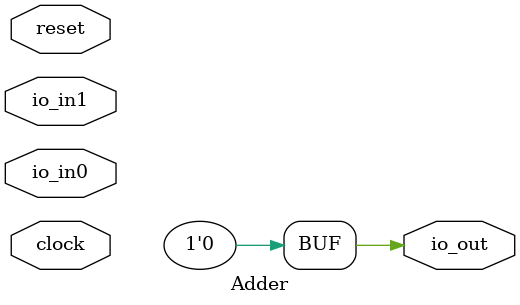
<source format=v>
module Adder(
  input   clock,
  input   reset,
  input   io_in0,
  input   io_in1,
  output  io_out
);
  assign io_out = 1'h0; // @[Adder.scala 19:10]
endmodule

</source>
